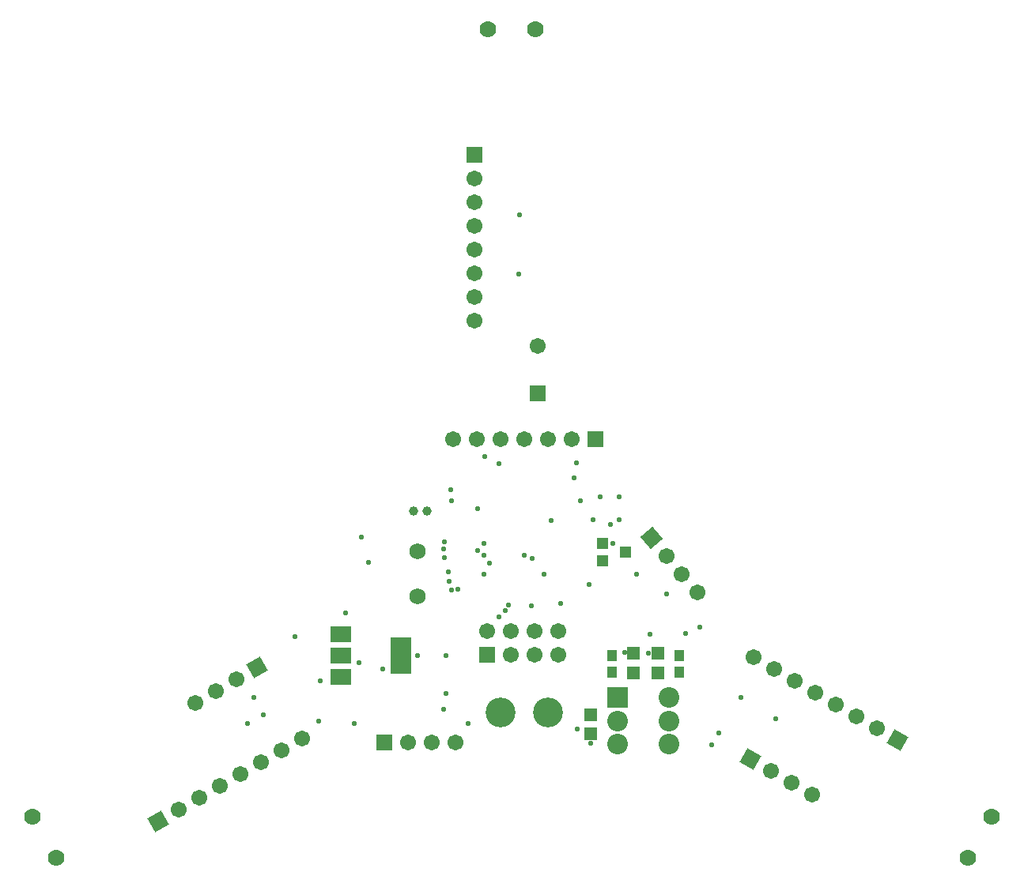
<source format=gbs>
G04*
G04 #@! TF.GenerationSoftware,Altium Limited,Altium Designer,18.0.12 (696)*
G04*
G04 Layer_Color=16711935*
%FSLAX25Y25*%
%MOIN*%
G70*
G01*
G75*
%ADD50R,0.04300X0.04600*%
%ADD62R,0.06706X0.06706*%
%ADD63C,0.06706*%
%ADD64C,0.03950*%
%ADD65P,0.09483X4X355.0*%
%ADD66P,0.09483X4X375.0*%
%ADD67P,0.09483X4X255.0*%
%ADD68R,0.08674X0.08674*%
%ADD69C,0.08674*%
%ADD70C,0.12611*%
%ADD71C,0.06800*%
%ADD72R,0.06706X0.06706*%
%ADD73C,0.07000*%
%ADD74C,0.02300*%
%ADD93R,0.04737X0.04737*%
%ADD94R,0.05800X0.05800*%
%ADD95R,0.08700X0.06700*%
%ADD96R,0.08700X0.15800*%
D50*
X278500Y109100D02*
D03*
Y116000D02*
D03*
X307000Y109100D02*
D03*
Y116000D02*
D03*
D62*
X247394Y226764D02*
D03*
X182500Y79500D02*
D03*
X271500Y207500D02*
D03*
X226000Y116500D02*
D03*
D63*
X247394Y246744D02*
D03*
X301572Y158160D02*
D03*
X308000Y150500D02*
D03*
X314428Y142840D02*
D03*
X212500Y79500D02*
D03*
X202500D02*
D03*
X192500D02*
D03*
X345500Y67500D02*
D03*
X354160Y62500D02*
D03*
X362821Y57500D02*
D03*
X120160Y106000D02*
D03*
X111500Y101000D02*
D03*
X102840Y96000D02*
D03*
X251500Y207500D02*
D03*
X261500D02*
D03*
X241500D02*
D03*
X231500D02*
D03*
X221500D02*
D03*
X211500D02*
D03*
X226000Y126500D02*
D03*
X236000Y116500D02*
D03*
X236000Y126500D02*
D03*
X246000Y116500D02*
D03*
Y126500D02*
D03*
X256000Y116500D02*
D03*
Y126500D02*
D03*
X220500Y317500D02*
D03*
Y307500D02*
D03*
Y297500D02*
D03*
Y287500D02*
D03*
Y277500D02*
D03*
Y267500D02*
D03*
Y257500D02*
D03*
X390320Y85500D02*
D03*
X381660Y90500D02*
D03*
X373000Y95500D02*
D03*
X364340Y100500D02*
D03*
X355679Y105500D02*
D03*
X347019Y110500D02*
D03*
X338359Y115500D02*
D03*
X95840Y51000D02*
D03*
X104500Y56000D02*
D03*
X113160Y61000D02*
D03*
X121820Y66000D02*
D03*
X130481Y71000D02*
D03*
X139141Y76000D02*
D03*
X147801Y81000D02*
D03*
D64*
X195000Y177000D02*
D03*
X200500D02*
D03*
D65*
X295144Y165821D02*
D03*
D66*
X336840Y72500D02*
D03*
X398981Y80500D02*
D03*
D67*
X128821Y111000D02*
D03*
X87179Y46000D02*
D03*
D68*
X281000Y98343D02*
D03*
D69*
X281000Y88500D02*
D03*
X281000Y78658D02*
D03*
X302654Y98343D02*
D03*
Y88500D02*
D03*
Y78658D02*
D03*
D70*
X251500Y92000D02*
D03*
X231500Y92000D02*
D03*
D71*
X196500Y160200D02*
D03*
Y141000D02*
D03*
D72*
X220500Y327500D02*
D03*
D73*
X428500Y30840D02*
D03*
X438500Y48160D02*
D03*
X34354Y48198D02*
D03*
X44354Y30878D02*
D03*
X246204Y380493D02*
D03*
X226204D02*
D03*
D74*
X231000Y132500D02*
D03*
X263500Y197500D02*
D03*
X239500Y302000D02*
D03*
X239400Y277000D02*
D03*
X176000Y155500D02*
D03*
X207500Y161000D02*
D03*
X225000Y200000D02*
D03*
X224500Y150500D02*
D03*
X250036Y150464D02*
D03*
X245000Y157000D02*
D03*
X241500Y158500D02*
D03*
X125000Y87500D02*
D03*
X127500Y98500D02*
D03*
X155000Y88500D02*
D03*
X182000Y110500D02*
D03*
X207500Y93500D02*
D03*
X347500Y89500D02*
D03*
X315500Y128000D02*
D03*
X294500Y125000D02*
D03*
X264000Y85000D02*
D03*
X257000Y138000D02*
D03*
X269000Y146000D02*
D03*
X222000Y178000D02*
D03*
Y160500D02*
D03*
X333000Y98500D02*
D03*
X323500Y83500D02*
D03*
X320500Y78500D02*
D03*
X309500Y125500D02*
D03*
X301500Y142000D02*
D03*
X265236Y181264D02*
D03*
X281500Y173500D02*
D03*
X270500D02*
D03*
X289000Y150500D02*
D03*
X211000Y181500D02*
D03*
X208000Y157500D02*
D03*
X253000Y173000D02*
D03*
X281500Y183000D02*
D03*
X273500D02*
D03*
X145000Y124000D02*
D03*
X131500Y91000D02*
D03*
X210800Y143700D02*
D03*
X213500Y144000D02*
D03*
X196500Y116000D02*
D03*
X208500Y100000D02*
D03*
Y116000D02*
D03*
X155500Y105500D02*
D03*
X170000Y87500D02*
D03*
X218000D02*
D03*
X269500Y79000D02*
D03*
X172000Y113000D02*
D03*
X166270Y133990D02*
D03*
X284000Y117500D02*
D03*
X294000Y117000D02*
D03*
X279000Y163500D02*
D03*
X208000Y164000D02*
D03*
X173000Y166000D02*
D03*
X227000Y155000D02*
D03*
X224500Y158500D02*
D03*
Y163500D02*
D03*
X278000Y171500D02*
D03*
X244500Y137000D02*
D03*
X235000Y137500D02*
D03*
X233500Y135000D02*
D03*
X210000Y147500D02*
D03*
X209500Y151500D02*
D03*
X262500Y191000D02*
D03*
X231000Y197000D02*
D03*
X210500Y186000D02*
D03*
D93*
X284343Y159740D02*
D03*
X274500Y163480D02*
D03*
X274500Y156000D02*
D03*
D94*
X269500Y83000D02*
D03*
X269520Y91230D02*
D03*
X287500Y117000D02*
D03*
X287510Y108730D02*
D03*
X298000Y117000D02*
D03*
X298010Y108730D02*
D03*
D95*
X164146Y116067D02*
D03*
Y107012D02*
D03*
Y125122D02*
D03*
D96*
X189500Y116000D02*
D03*
M02*

</source>
